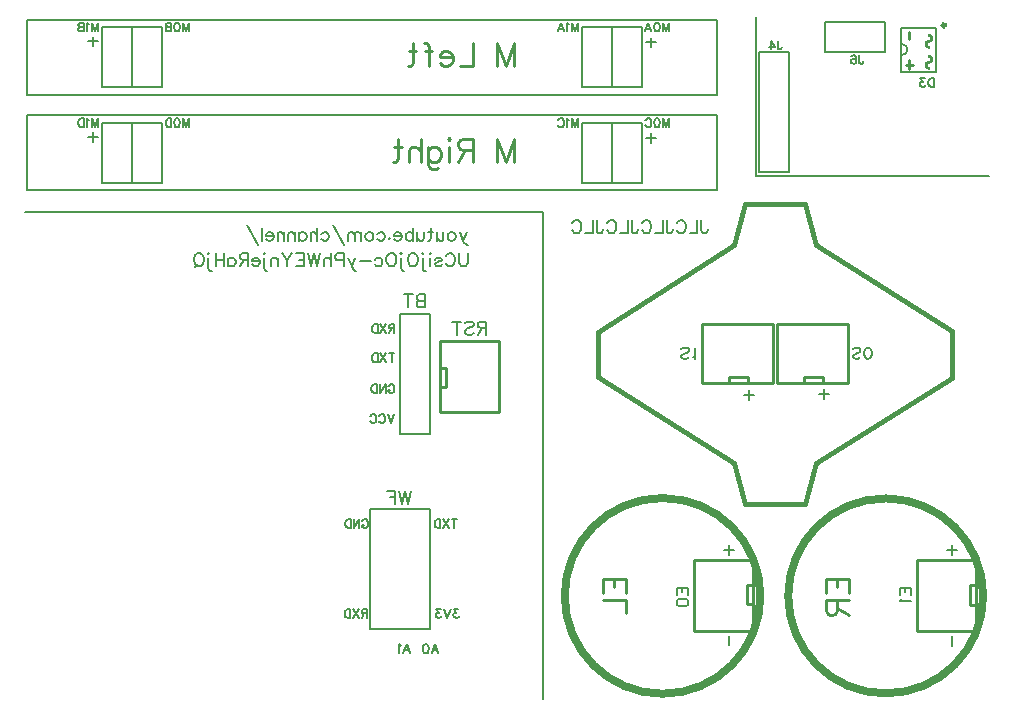
<source format=gbo>
G04 Layer: BottomSilkscreenLayer*
G04 EasyEDA v6.4.30, 2022-01-25 10:33:58*
G04 5618020f384b45728b455be9ef3c0d3f,7d3f4a13764643a7838717c5c1d40531,10*
G04 Gerber Generator version 0.2*
G04 Scale: 100 percent, Rotated: No, Reflected: No *
G04 Dimensions in inches *
G04 leading zeros omitted , absolute positions ,3 integer and 6 decimal *
%FSLAX36Y36*%
%MOIN*%

%ADD10C,0.0100*%
%ADD13C,0.0250*%
%ADD39C,0.0060*%
%ADD40C,0.0080*%
%ADD41C,0.0080*%
%ADD44C,0.0157*%
%ADD48C,0.0118*%

%LPD*%
D39*
X2646341Y1016761D02*
G01*
X2679067Y1016761D01*
X2662704Y1033125D02*
G01*
X2662704Y1000398D01*
X1472955Y1556091D02*
G01*
X1460681Y1527455D01*
X1448409Y1556091D02*
G01*
X1460681Y1527455D01*
X1464772Y1519272D01*
X1468864Y1515181D01*
X1472955Y1513135D01*
X1475000Y1513135D01*
X1424682Y1556091D02*
G01*
X1428773Y1554045D01*
X1432863Y1549955D01*
X1434908Y1543818D01*
X1434908Y1539726D01*
X1432863Y1533591D01*
X1428773Y1529499D01*
X1424682Y1527455D01*
X1418545Y1527455D01*
X1414454Y1529499D01*
X1410363Y1533591D01*
X1408317Y1539726D01*
X1408317Y1543818D01*
X1410363Y1549955D01*
X1414454Y1554045D01*
X1418545Y1556091D01*
X1424682Y1556091D01*
X1394817Y1556091D02*
G01*
X1394817Y1535635D01*
X1392772Y1529499D01*
X1388681Y1527455D01*
X1382545Y1527455D01*
X1378455Y1529499D01*
X1372317Y1535635D01*
X1372317Y1556091D02*
G01*
X1372317Y1527455D01*
X1352682Y1570408D02*
G01*
X1352682Y1535635D01*
X1350636Y1529499D01*
X1346544Y1527455D01*
X1342455Y1527455D01*
X1358818Y1556091D02*
G01*
X1344499Y1556091D01*
X1328954Y1556091D02*
G01*
X1328954Y1535635D01*
X1326908Y1529499D01*
X1322817Y1527455D01*
X1316682Y1527455D01*
X1312591Y1529499D01*
X1306454Y1535635D01*
X1306454Y1556091D02*
G01*
X1306454Y1527455D01*
X1292955Y1570408D02*
G01*
X1292955Y1527455D01*
X1292955Y1549955D02*
G01*
X1288864Y1554045D01*
X1284772Y1556091D01*
X1278635Y1556091D01*
X1274544Y1554045D01*
X1270455Y1549955D01*
X1268409Y1543818D01*
X1268409Y1539726D01*
X1270455Y1533591D01*
X1274544Y1529499D01*
X1278635Y1527455D01*
X1284772Y1527455D01*
X1288864Y1529499D01*
X1292955Y1533591D01*
X1254908Y1543818D02*
G01*
X1230363Y1543818D01*
X1230363Y1547908D01*
X1232408Y1551999D01*
X1234454Y1554045D01*
X1238545Y1556091D01*
X1244682Y1556091D01*
X1248773Y1554045D01*
X1252863Y1549955D01*
X1254908Y1543818D01*
X1254908Y1539726D01*
X1252863Y1533591D01*
X1248773Y1529499D01*
X1244682Y1527455D01*
X1238545Y1527455D01*
X1234454Y1529499D01*
X1230363Y1533591D01*
X1214817Y1537681D02*
G01*
X1216863Y1535635D01*
X1214817Y1533591D01*
X1212772Y1535635D01*
X1214817Y1537681D01*
X1174727Y1549955D02*
G01*
X1178818Y1554045D01*
X1182908Y1556091D01*
X1189044Y1556091D01*
X1193136Y1554045D01*
X1197227Y1549955D01*
X1199273Y1543818D01*
X1199273Y1539726D01*
X1197227Y1533591D01*
X1193136Y1529499D01*
X1189044Y1527455D01*
X1182908Y1527455D01*
X1178818Y1529499D01*
X1174727Y1533591D01*
X1151000Y1556091D02*
G01*
X1155091Y1554045D01*
X1159182Y1549955D01*
X1161226Y1543818D01*
X1161226Y1539726D01*
X1159182Y1533591D01*
X1155091Y1529499D01*
X1151000Y1527455D01*
X1144863Y1527455D01*
X1140772Y1529499D01*
X1136682Y1533591D01*
X1134636Y1539726D01*
X1134636Y1543818D01*
X1136682Y1549955D01*
X1140772Y1554045D01*
X1144863Y1556091D01*
X1151000Y1556091D01*
X1121135Y1556091D02*
G01*
X1121135Y1527455D01*
X1121135Y1547908D02*
G01*
X1115000Y1554045D01*
X1110909Y1556091D01*
X1104772Y1556091D01*
X1100681Y1554045D01*
X1098635Y1547908D01*
X1098635Y1527455D01*
X1098635Y1547908D02*
G01*
X1092500Y1554045D01*
X1088409Y1556091D01*
X1082272Y1556091D01*
X1078181Y1554045D01*
X1076135Y1547908D01*
X1076135Y1527455D01*
X1025817Y1578591D02*
G01*
X1062636Y1513135D01*
X987772Y1549955D02*
G01*
X991863Y1554045D01*
X995955Y1556091D01*
X1002091Y1556091D01*
X1006181Y1554045D01*
X1010272Y1549955D01*
X1012317Y1543818D01*
X1012317Y1539726D01*
X1010272Y1533591D01*
X1006181Y1529499D01*
X1002091Y1527455D01*
X995955Y1527455D01*
X991863Y1529499D01*
X987772Y1533591D01*
X974273Y1570408D02*
G01*
X974273Y1527455D01*
X974273Y1547908D02*
G01*
X968136Y1554045D01*
X964044Y1556091D01*
X957908Y1556091D01*
X953818Y1554045D01*
X951773Y1547908D01*
X951773Y1527455D01*
X913726Y1556091D02*
G01*
X913726Y1527455D01*
X913726Y1549955D02*
G01*
X917817Y1554045D01*
X921908Y1556091D01*
X928045Y1556091D01*
X932136Y1554045D01*
X936226Y1549955D01*
X938272Y1543818D01*
X938272Y1539726D01*
X936226Y1533591D01*
X932136Y1529499D01*
X928045Y1527455D01*
X921908Y1527455D01*
X917817Y1529499D01*
X913726Y1533591D01*
X900227Y1556091D02*
G01*
X900227Y1527455D01*
X900227Y1547908D02*
G01*
X894090Y1554045D01*
X890000Y1556091D01*
X883864Y1556091D01*
X879772Y1554045D01*
X877727Y1547908D01*
X877727Y1527455D01*
X864227Y1556091D02*
G01*
X864227Y1527455D01*
X864227Y1547908D02*
G01*
X858091Y1554045D01*
X853999Y1556091D01*
X847863Y1556091D01*
X843773Y1554045D01*
X841727Y1547908D01*
X841727Y1527455D01*
X828226Y1543818D02*
G01*
X803681Y1543818D01*
X803681Y1547908D01*
X805726Y1551999D01*
X807772Y1554045D01*
X811863Y1556091D01*
X818000Y1556091D01*
X822091Y1554045D01*
X826181Y1549955D01*
X828226Y1543818D01*
X828226Y1539726D01*
X826181Y1533591D01*
X822091Y1529499D01*
X818000Y1527455D01*
X811863Y1527455D01*
X807772Y1529499D01*
X803681Y1533591D01*
X790182Y1570408D02*
G01*
X790182Y1527455D01*
X739863Y1578591D02*
G01*
X776682Y1513135D01*
X1475000Y1485408D02*
G01*
X1475000Y1454726D01*
X1472955Y1448591D01*
X1468864Y1444499D01*
X1462727Y1442455D01*
X1458635Y1442455D01*
X1452500Y1444499D01*
X1448409Y1448591D01*
X1446364Y1454726D01*
X1446364Y1485408D01*
X1402182Y1475181D02*
G01*
X1404227Y1479272D01*
X1408317Y1483364D01*
X1412408Y1485408D01*
X1420591Y1485408D01*
X1424682Y1483364D01*
X1428773Y1479272D01*
X1430817Y1475181D01*
X1432863Y1469045D01*
X1432863Y1458818D01*
X1430817Y1452681D01*
X1428773Y1448591D01*
X1424682Y1444499D01*
X1420591Y1442455D01*
X1412408Y1442455D01*
X1408317Y1444499D01*
X1404227Y1448591D01*
X1402182Y1452681D01*
X1366181Y1464955D02*
G01*
X1368226Y1469045D01*
X1374363Y1471091D01*
X1380500Y1471091D01*
X1386635Y1469045D01*
X1388681Y1464955D01*
X1386635Y1460864D01*
X1382545Y1458818D01*
X1372317Y1456772D01*
X1368226Y1454726D01*
X1366181Y1450635D01*
X1366181Y1448591D01*
X1368226Y1444499D01*
X1374363Y1442455D01*
X1380500Y1442455D01*
X1386635Y1444499D01*
X1388681Y1448591D01*
X1352682Y1485408D02*
G01*
X1350636Y1483364D01*
X1348590Y1485408D01*
X1350636Y1487455D01*
X1352682Y1485408D01*
X1350636Y1471091D02*
G01*
X1350636Y1442455D01*
X1326908Y1485408D02*
G01*
X1324863Y1483364D01*
X1322817Y1485408D01*
X1324863Y1487455D01*
X1326908Y1485408D01*
X1324863Y1471091D02*
G01*
X1324863Y1436318D01*
X1326908Y1430181D01*
X1331000Y1428135D01*
X1335091Y1428135D01*
X1297044Y1485408D02*
G01*
X1301135Y1483364D01*
X1305227Y1479272D01*
X1307272Y1475181D01*
X1309318Y1469045D01*
X1309318Y1458818D01*
X1307272Y1452681D01*
X1305227Y1448591D01*
X1301135Y1444499D01*
X1297044Y1442455D01*
X1288864Y1442455D01*
X1284772Y1444499D01*
X1280681Y1448591D01*
X1278635Y1452681D01*
X1276590Y1458818D01*
X1276590Y1469045D01*
X1278635Y1475181D01*
X1280681Y1479272D01*
X1284772Y1483364D01*
X1288864Y1485408D01*
X1297044Y1485408D01*
X1254908Y1485408D02*
G01*
X1252863Y1483364D01*
X1250817Y1485408D01*
X1252863Y1487455D01*
X1254908Y1485408D01*
X1252863Y1471091D02*
G01*
X1252863Y1436318D01*
X1254908Y1430181D01*
X1258999Y1428135D01*
X1263091Y1428135D01*
X1225045Y1485408D02*
G01*
X1229135Y1483364D01*
X1233226Y1479272D01*
X1235272Y1475181D01*
X1237317Y1469045D01*
X1237317Y1458818D01*
X1235272Y1452681D01*
X1233226Y1448591D01*
X1229135Y1444499D01*
X1225045Y1442455D01*
X1216863Y1442455D01*
X1212772Y1444499D01*
X1208681Y1448591D01*
X1206635Y1452681D01*
X1204591Y1458818D01*
X1204591Y1469045D01*
X1206635Y1475181D01*
X1208681Y1479272D01*
X1212772Y1483364D01*
X1216863Y1485408D01*
X1225045Y1485408D01*
X1166544Y1464955D02*
G01*
X1170636Y1469045D01*
X1174727Y1471091D01*
X1180864Y1471091D01*
X1184955Y1469045D01*
X1189044Y1464955D01*
X1191090Y1458818D01*
X1191090Y1454726D01*
X1189044Y1448591D01*
X1184955Y1444499D01*
X1180864Y1442455D01*
X1174727Y1442455D01*
X1170636Y1444499D01*
X1166544Y1448591D01*
X1153045Y1460864D02*
G01*
X1116226Y1460864D01*
X1100681Y1471091D02*
G01*
X1088409Y1442455D01*
X1076135Y1471091D02*
G01*
X1088409Y1442455D01*
X1092500Y1434272D01*
X1096590Y1430181D01*
X1100681Y1428135D01*
X1102727Y1428135D01*
X1062636Y1485408D02*
G01*
X1062636Y1442455D01*
X1062636Y1485408D02*
G01*
X1044227Y1485408D01*
X1038091Y1483364D01*
X1036045Y1481318D01*
X1033999Y1477226D01*
X1033999Y1471091D01*
X1036045Y1466999D01*
X1038091Y1464955D01*
X1044227Y1462908D01*
X1062636Y1462908D01*
X1020500Y1485408D02*
G01*
X1020500Y1442455D01*
X1020500Y1462908D02*
G01*
X1014363Y1469045D01*
X1010272Y1471091D01*
X1004135Y1471091D01*
X1000045Y1469045D01*
X998000Y1462908D01*
X998000Y1442455D01*
X984499Y1485408D02*
G01*
X974273Y1442455D01*
X964044Y1485408D02*
G01*
X974273Y1442455D01*
X964044Y1485408D02*
G01*
X953818Y1442455D01*
X943590Y1485408D02*
G01*
X953818Y1442455D01*
X930091Y1485408D02*
G01*
X930091Y1442455D01*
X930091Y1485408D02*
G01*
X903500Y1485408D01*
X930091Y1464955D02*
G01*
X913726Y1464955D01*
X930091Y1442455D02*
G01*
X903500Y1442455D01*
X890000Y1485408D02*
G01*
X873635Y1464955D01*
X873635Y1442455D01*
X857272Y1485408D02*
G01*
X873635Y1464955D01*
X843773Y1471091D02*
G01*
X843773Y1442455D01*
X843773Y1462908D02*
G01*
X837636Y1469045D01*
X833545Y1471091D01*
X827408Y1471091D01*
X823317Y1469045D01*
X821273Y1462908D01*
X821273Y1442455D01*
X799591Y1485408D02*
G01*
X797545Y1483364D01*
X795500Y1485408D01*
X797545Y1487455D01*
X799591Y1485408D01*
X797545Y1471091D02*
G01*
X797545Y1436318D01*
X799591Y1430181D01*
X803681Y1428135D01*
X807772Y1428135D01*
X781999Y1458818D02*
G01*
X757454Y1458818D01*
X757454Y1462908D01*
X759499Y1466999D01*
X761544Y1469045D01*
X765636Y1471091D01*
X771773Y1471091D01*
X775864Y1469045D01*
X779954Y1464955D01*
X781999Y1458818D01*
X781999Y1454726D01*
X779954Y1448591D01*
X775864Y1444499D01*
X771773Y1442455D01*
X765636Y1442455D01*
X761544Y1444499D01*
X757454Y1448591D01*
X743955Y1485408D02*
G01*
X743955Y1442455D01*
X743955Y1485408D02*
G01*
X725545Y1485408D01*
X719409Y1483364D01*
X717363Y1481318D01*
X715318Y1477226D01*
X715318Y1473135D01*
X717363Y1469045D01*
X719409Y1466999D01*
X725545Y1464955D01*
X743955Y1464955D01*
X729636Y1464955D02*
G01*
X715318Y1442455D01*
X677273Y1471091D02*
G01*
X677273Y1442455D01*
X677273Y1464955D02*
G01*
X681363Y1469045D01*
X685455Y1471091D01*
X691590Y1471091D01*
X695682Y1469045D01*
X699773Y1464955D01*
X701817Y1458818D01*
X701817Y1454726D01*
X699773Y1448591D01*
X695682Y1444499D01*
X691590Y1442455D01*
X685455Y1442455D01*
X681363Y1444499D01*
X677273Y1448591D01*
X663773Y1485408D02*
G01*
X663773Y1442455D01*
X635136Y1485408D02*
G01*
X635136Y1442455D01*
X663773Y1464955D02*
G01*
X635136Y1464955D01*
X613454Y1485408D02*
G01*
X611408Y1483364D01*
X609364Y1485408D01*
X611408Y1487455D01*
X613454Y1485408D01*
X611408Y1471091D02*
G01*
X611408Y1436318D01*
X613454Y1430181D01*
X617545Y1428135D01*
X621635Y1428135D01*
X583591Y1485408D02*
G01*
X587681Y1483364D01*
X591772Y1479272D01*
X593818Y1475181D01*
X595864Y1469045D01*
X595864Y1458818D01*
X593818Y1452681D01*
X591772Y1448591D01*
X587681Y1444499D01*
X583591Y1442455D01*
X575408Y1442455D01*
X571318Y1444499D01*
X567226Y1448591D01*
X565181Y1452681D01*
X563135Y1458818D01*
X563135Y1469045D01*
X565181Y1475181D01*
X567226Y1479272D01*
X571318Y1483364D01*
X575408Y1485408D01*
X583591Y1485408D01*
X577454Y1450635D02*
G01*
X565181Y1438364D01*
X2254544Y1595408D02*
G01*
X2254544Y1562681D01*
X2256590Y1556545D01*
X2258635Y1554499D01*
X2262727Y1552455D01*
X2266818Y1552455D01*
X2270909Y1554499D01*
X2272955Y1556545D01*
X2275000Y1562681D01*
X2275000Y1566772D01*
X2241045Y1595408D02*
G01*
X2241045Y1552455D01*
X2241045Y1552455D02*
G01*
X2216499Y1552455D01*
X2172317Y1585181D02*
G01*
X2174363Y1589272D01*
X2178455Y1593364D01*
X2182545Y1595408D01*
X2190726Y1595408D01*
X2194817Y1593364D01*
X2198909Y1589272D01*
X2200955Y1585181D01*
X2203000Y1579045D01*
X2203000Y1568818D01*
X2200955Y1562681D01*
X2198909Y1558591D01*
X2194817Y1554499D01*
X2190726Y1552455D01*
X2182545Y1552455D01*
X2178455Y1554499D01*
X2174363Y1558591D01*
X2172317Y1562681D01*
X2138364Y1595408D02*
G01*
X2138364Y1562681D01*
X2140408Y1556545D01*
X2142455Y1554499D01*
X2146544Y1552455D01*
X2150636Y1552455D01*
X2154727Y1554499D01*
X2156773Y1556545D01*
X2158818Y1562681D01*
X2158818Y1566772D01*
X2124863Y1595408D02*
G01*
X2124863Y1552455D01*
X2124863Y1552455D02*
G01*
X2100317Y1552455D01*
X2056135Y1585181D02*
G01*
X2058181Y1589272D01*
X2062272Y1593364D01*
X2066364Y1595408D01*
X2074544Y1595408D01*
X2078635Y1593364D01*
X2082727Y1589272D01*
X2084772Y1585181D01*
X2086818Y1579045D01*
X2086818Y1568818D01*
X2084772Y1562681D01*
X2082727Y1558591D01*
X2078635Y1554499D01*
X2074544Y1552455D01*
X2066364Y1552455D01*
X2062272Y1554499D01*
X2058181Y1558591D01*
X2056135Y1562681D01*
X2022182Y1595408D02*
G01*
X2022182Y1562681D01*
X2024227Y1556545D01*
X2026273Y1554499D01*
X2030363Y1552455D01*
X2034454Y1552455D01*
X2038545Y1554499D01*
X2040591Y1556545D01*
X2042636Y1562681D01*
X2042636Y1566772D01*
X2008681Y1595408D02*
G01*
X2008681Y1552455D01*
X2008681Y1552455D02*
G01*
X1984135Y1552455D01*
X1939955Y1585181D02*
G01*
X1941999Y1589272D01*
X1946090Y1593364D01*
X1950182Y1595408D01*
X1958364Y1595408D01*
X1962455Y1593364D01*
X1966544Y1589272D01*
X1968590Y1585181D01*
X1970636Y1579045D01*
X1970636Y1568818D01*
X1968590Y1562681D01*
X1966544Y1558591D01*
X1962455Y1554499D01*
X1958364Y1552455D01*
X1950182Y1552455D01*
X1946090Y1554499D01*
X1941999Y1558591D01*
X1939955Y1562681D01*
X1906000Y1595408D02*
G01*
X1906000Y1562681D01*
X1908045Y1556545D01*
X1910091Y1554499D01*
X1914182Y1552455D01*
X1918272Y1552455D01*
X1922363Y1554499D01*
X1924408Y1556545D01*
X1926454Y1562681D01*
X1926454Y1566772D01*
X1892500Y1595408D02*
G01*
X1892500Y1552455D01*
X1892500Y1552455D02*
G01*
X1867955Y1552455D01*
X1823773Y1585181D02*
G01*
X1825817Y1589272D01*
X1829908Y1593364D01*
X1833999Y1595408D01*
X1842182Y1595408D01*
X1846273Y1593364D01*
X1850363Y1589272D01*
X1852408Y1585181D01*
X1854454Y1579045D01*
X1854454Y1568818D01*
X1852408Y1562681D01*
X1850363Y1558591D01*
X1846273Y1554499D01*
X1842182Y1552455D01*
X1833999Y1552455D01*
X1829908Y1554499D01*
X1825817Y1558591D01*
X1823773Y1562681D01*
X2784830Y1138841D02*
G01*
X2781193Y1135205D01*
X2775739Y1133386D01*
X2768465Y1133386D01*
X2763010Y1135205D01*
X2759375Y1138841D01*
X2759375Y1142476D01*
X2761193Y1146113D01*
X2763010Y1147932D01*
X2766647Y1149749D01*
X2777556Y1153386D01*
X2781193Y1155205D01*
X2783010Y1157022D01*
X2784830Y1160659D01*
X2784830Y1166113D01*
X2781193Y1169749D01*
X2775739Y1171568D01*
X2768465Y1171568D01*
X2763010Y1169749D01*
X2759375Y1166113D01*
X2807739Y1133386D02*
G01*
X2802283Y1135205D01*
X2798648Y1140659D01*
X2796830Y1149749D01*
X2796830Y1155205D01*
X2798648Y1164295D01*
X2802283Y1169749D01*
X2807739Y1171568D01*
X2811374Y1171568D01*
X2816830Y1169749D01*
X2820465Y1164295D01*
X2822283Y1155205D01*
X2822283Y1149749D01*
X2820465Y1140659D01*
X2816830Y1135205D01*
X2811374Y1133386D01*
X2807739Y1133386D01*
X2172100Y370625D02*
G01*
X2210299Y370625D01*
X2172100Y370625D02*
G01*
X2172100Y347024D01*
X2190299Y370625D02*
G01*
X2190299Y356125D01*
X2210299Y370625D02*
G01*
X2210299Y347024D01*
X2172100Y324124D02*
G01*
X2173999Y329524D01*
X2179399Y333125D01*
X2188500Y335025D01*
X2193999Y335025D01*
X2203000Y333125D01*
X2208500Y329524D01*
X2210299Y324124D01*
X2210299Y320425D01*
X2208500Y315025D01*
X2203000Y311325D01*
X2193999Y309524D01*
X2188500Y309524D01*
X2179399Y311325D01*
X2173999Y315025D01*
X2172100Y320425D01*
X2172100Y324124D01*
X2915850Y370000D02*
G01*
X2954049Y370000D01*
X2915850Y370000D02*
G01*
X2915850Y346399D01*
X2934049Y370000D02*
G01*
X2934049Y355500D01*
X2954049Y370000D02*
G01*
X2954049Y346399D01*
X2923149Y334400D02*
G01*
X2921350Y330700D01*
X2915850Y325300D01*
X2954049Y325300D01*
X1366620Y182829D02*
G01*
X1378119Y152730D01*
X1366620Y182829D02*
G01*
X1355219Y152730D01*
X1373819Y162730D02*
G01*
X1359520Y162730D01*
X1337219Y182829D02*
G01*
X1341520Y181329D01*
X1344319Y177130D01*
X1345720Y169929D01*
X1345720Y165630D01*
X1344319Y158429D01*
X1341520Y154130D01*
X1337219Y152730D01*
X1334319Y152730D01*
X1330020Y154130D01*
X1327120Y158429D01*
X1325720Y165630D01*
X1325720Y169929D01*
X1327120Y177130D01*
X1330020Y181329D01*
X1334319Y182829D01*
X1337219Y182829D01*
X1272870Y182829D02*
G01*
X1284369Y152730D01*
X1272870Y182829D02*
G01*
X1261469Y152730D01*
X1280069Y162730D02*
G01*
X1265770Y162730D01*
X1251970Y177130D02*
G01*
X1249170Y178530D01*
X1244870Y182829D01*
X1244870Y152730D01*
X2330716Y498011D02*
G01*
X2363442Y498011D01*
X2347079Y514375D02*
G01*
X2347079Y481648D01*
X3074466Y497386D02*
G01*
X3107192Y497386D01*
X3090829Y513750D02*
G01*
X3090829Y481023D01*
D10*
X1631244Y2185731D02*
G01*
X1631244Y2109369D01*
X1631244Y2185731D02*
G01*
X1602154Y2109369D01*
X1573063Y2185731D02*
G01*
X1602154Y2109369D01*
X1573063Y2185731D02*
G01*
X1573063Y2109369D01*
X1493063Y2185731D02*
G01*
X1493063Y2109369D01*
X1493063Y2109369D02*
G01*
X1449426Y2109369D01*
X1425426Y2138460D02*
G01*
X1381790Y2138460D01*
X1381790Y2145731D01*
X1385426Y2153004D01*
X1389062Y2156640D01*
X1396336Y2160277D01*
X1407245Y2160277D01*
X1414517Y2156640D01*
X1421790Y2149369D01*
X1425426Y2138460D01*
X1425426Y2131187D01*
X1421790Y2120277D01*
X1414517Y2113004D01*
X1407245Y2109369D01*
X1396336Y2109369D01*
X1389062Y2113004D01*
X1381790Y2120277D01*
X1328699Y2185731D02*
G01*
X1335972Y2185731D01*
X1343244Y2182096D01*
X1346881Y2171187D01*
X1346881Y2109369D01*
X1357790Y2160277D02*
G01*
X1332335Y2160277D01*
X1293789Y2185731D02*
G01*
X1293789Y2123913D01*
X1290154Y2113004D01*
X1282880Y2109369D01*
X1275609Y2109369D01*
X1304700Y2160277D02*
G01*
X1279245Y2160277D01*
X1631244Y1866981D02*
G01*
X1631244Y1790619D01*
X1631244Y1866981D02*
G01*
X1602154Y1790619D01*
X1573063Y1866981D02*
G01*
X1602154Y1790619D01*
X1573063Y1866981D02*
G01*
X1573063Y1790619D01*
X1493063Y1866981D02*
G01*
X1493063Y1790619D01*
X1493063Y1866981D02*
G01*
X1460335Y1866981D01*
X1449426Y1863346D01*
X1445789Y1859710D01*
X1442154Y1852437D01*
X1442154Y1845163D01*
X1445789Y1837890D01*
X1449426Y1834254D01*
X1460335Y1830619D01*
X1493063Y1830619D01*
X1467609Y1830619D02*
G01*
X1442154Y1790619D01*
X1418154Y1866981D02*
G01*
X1414517Y1863346D01*
X1410880Y1866981D01*
X1414517Y1870619D01*
X1418154Y1866981D01*
X1414517Y1841527D02*
G01*
X1414517Y1790619D01*
X1343244Y1841527D02*
G01*
X1343244Y1783346D01*
X1346881Y1772437D01*
X1350518Y1768800D01*
X1357790Y1765163D01*
X1368699Y1765163D01*
X1375972Y1768800D01*
X1343244Y1830619D02*
G01*
X1350518Y1837890D01*
X1357790Y1841527D01*
X1368699Y1841527D01*
X1375972Y1837890D01*
X1383244Y1830619D01*
X1386881Y1819710D01*
X1386881Y1812437D01*
X1383244Y1801527D01*
X1375972Y1794254D01*
X1368699Y1790619D01*
X1357790Y1790619D01*
X1350518Y1794254D01*
X1343244Y1801527D01*
X1319245Y1866981D02*
G01*
X1319245Y1790619D01*
X1319245Y1826981D02*
G01*
X1308335Y1837890D01*
X1301063Y1841527D01*
X1290154Y1841527D01*
X1282880Y1837890D01*
X1279245Y1826981D01*
X1279245Y1790619D01*
X1244336Y1866981D02*
G01*
X1244336Y1805163D01*
X1240699Y1794254D01*
X1233427Y1790619D01*
X1226153Y1790619D01*
X1255245Y1841527D02*
G01*
X1229790Y1841527D01*
D39*
X3090829Y210625D02*
G01*
X3090829Y177898D01*
X2347079Y211250D02*
G01*
X2347079Y178523D01*
X1231244Y1249027D02*
G01*
X1231244Y1220390D01*
X1231244Y1249027D02*
G01*
X1218972Y1249027D01*
X1214880Y1247663D01*
X1213518Y1246300D01*
X1212154Y1243573D01*
X1212154Y1240846D01*
X1213518Y1238119D01*
X1214880Y1236754D01*
X1218972Y1235390D01*
X1231244Y1235390D01*
X1221700Y1235390D02*
G01*
X1212154Y1220390D01*
X1203154Y1249027D02*
G01*
X1184062Y1220390D01*
X1184062Y1249027D02*
G01*
X1203154Y1220390D01*
X1175063Y1249027D02*
G01*
X1175063Y1220390D01*
X1175063Y1249027D02*
G01*
X1165518Y1249027D01*
X1161427Y1247663D01*
X1158699Y1244937D01*
X1157335Y1242210D01*
X1155972Y1238119D01*
X1155972Y1231300D01*
X1157335Y1227210D01*
X1158699Y1224481D01*
X1161427Y1221754D01*
X1165518Y1220390D01*
X1175063Y1220390D01*
X1221700Y1152152D02*
G01*
X1221700Y1123515D01*
X1231244Y1152152D02*
G01*
X1212154Y1152152D01*
X1203154Y1152152D02*
G01*
X1184062Y1123515D01*
X1184062Y1152152D02*
G01*
X1203154Y1123515D01*
X1175063Y1152152D02*
G01*
X1175063Y1123515D01*
X1175063Y1152152D02*
G01*
X1165518Y1152152D01*
X1161427Y1150788D01*
X1158699Y1148062D01*
X1157335Y1145335D01*
X1155972Y1141244D01*
X1155972Y1134425D01*
X1157335Y1130335D01*
X1158699Y1127606D01*
X1161427Y1124879D01*
X1165518Y1123515D01*
X1175063Y1123515D01*
X1210789Y1042210D02*
G01*
X1212154Y1044936D01*
X1214880Y1047663D01*
X1217609Y1049027D01*
X1223063Y1049027D01*
X1225789Y1047663D01*
X1228518Y1044936D01*
X1229880Y1042210D01*
X1231244Y1038119D01*
X1231244Y1031300D01*
X1229880Y1027210D01*
X1228518Y1024481D01*
X1225789Y1021754D01*
X1223063Y1020390D01*
X1217609Y1020390D01*
X1214880Y1021754D01*
X1212154Y1024481D01*
X1210789Y1027210D01*
X1210789Y1031300D01*
X1217609Y1031300D02*
G01*
X1210789Y1031300D01*
X1201790Y1049027D02*
G01*
X1201790Y1020390D01*
X1201790Y1049027D02*
G01*
X1182700Y1020390D01*
X1182700Y1049027D02*
G01*
X1182700Y1020390D01*
X1173699Y1049027D02*
G01*
X1173699Y1020390D01*
X1173699Y1049027D02*
G01*
X1164153Y1049027D01*
X1160063Y1047663D01*
X1157335Y1044936D01*
X1155972Y1042210D01*
X1154609Y1038119D01*
X1154609Y1031300D01*
X1155972Y1027210D01*
X1157335Y1024481D01*
X1160063Y1021754D01*
X1164153Y1020390D01*
X1173699Y1020390D01*
X1231244Y949027D02*
G01*
X1220335Y920390D01*
X1209426Y949027D02*
G01*
X1220335Y920390D01*
X1179971Y942210D02*
G01*
X1181336Y944936D01*
X1184062Y947663D01*
X1186790Y949027D01*
X1192245Y949027D01*
X1194971Y947663D01*
X1197700Y944936D01*
X1199062Y942210D01*
X1200426Y938119D01*
X1200426Y931300D01*
X1199062Y927210D01*
X1197700Y924481D01*
X1194971Y921754D01*
X1192245Y920390D01*
X1186790Y920390D01*
X1184062Y921754D01*
X1181336Y924481D01*
X1179971Y927210D01*
X1150518Y942210D02*
G01*
X1151881Y944936D01*
X1154609Y947663D01*
X1157335Y949027D01*
X1162790Y949027D01*
X1165518Y947663D01*
X1168244Y944936D01*
X1169609Y942210D01*
X1170972Y938119D01*
X1170972Y931300D01*
X1169609Y927210D01*
X1168244Y924481D01*
X1165518Y921754D01*
X1162790Y920390D01*
X1157335Y920390D01*
X1154609Y921754D01*
X1151881Y924481D01*
X1150518Y927210D01*
X2071336Y2188640D02*
G01*
X2104062Y2188640D01*
X2087700Y2205005D02*
G01*
X2087700Y2172278D01*
X2071336Y1869890D02*
G01*
X2104062Y1869890D01*
X2087700Y1886255D02*
G01*
X2087700Y1853528D01*
X208836Y1873015D02*
G01*
X241563Y1873015D01*
X225199Y1889380D02*
G01*
X225199Y1856653D01*
X208836Y2191765D02*
G01*
X241563Y2191765D01*
X225199Y2208130D02*
G01*
X225199Y2175403D01*
X1140619Y299027D02*
G01*
X1140619Y270390D01*
X1140619Y299027D02*
G01*
X1128347Y299027D01*
X1124255Y297663D01*
X1122893Y296300D01*
X1121529Y293573D01*
X1121529Y290846D01*
X1122893Y288119D01*
X1124255Y286754D01*
X1128347Y285390D01*
X1140619Y285390D01*
X1131075Y285390D02*
G01*
X1121529Y270390D01*
X1112529Y299027D02*
G01*
X1093437Y270390D01*
X1093437Y299027D02*
G01*
X1112529Y270390D01*
X1084438Y299027D02*
G01*
X1084438Y270390D01*
X1084438Y299027D02*
G01*
X1074893Y299027D01*
X1070802Y297663D01*
X1068074Y294936D01*
X1066710Y292210D01*
X1065347Y288119D01*
X1065347Y281300D01*
X1066710Y277210D01*
X1068074Y274481D01*
X1070802Y271754D01*
X1074893Y270390D01*
X1084438Y270390D01*
X1431075Y599023D02*
G01*
X1431075Y570385D01*
X1440619Y599023D02*
G01*
X1421529Y599023D01*
X1412529Y599023D02*
G01*
X1393437Y570385D01*
X1393437Y599023D02*
G01*
X1412529Y570385D01*
X1384438Y599023D02*
G01*
X1384438Y570385D01*
X1384438Y599023D02*
G01*
X1374893Y599023D01*
X1370802Y597658D01*
X1368074Y594931D01*
X1366710Y592204D01*
X1365347Y588114D01*
X1365347Y581295D01*
X1366710Y577204D01*
X1368074Y574477D01*
X1370802Y571750D01*
X1374893Y570385D01*
X1384438Y570385D01*
X1123289Y592210D02*
G01*
X1124654Y594936D01*
X1127380Y597663D01*
X1130109Y599027D01*
X1135563Y599027D01*
X1138289Y597663D01*
X1141018Y594936D01*
X1142380Y592210D01*
X1143744Y588119D01*
X1143744Y581300D01*
X1142380Y577210D01*
X1141018Y574481D01*
X1138289Y571754D01*
X1135563Y570390D01*
X1130109Y570390D01*
X1127380Y571754D01*
X1124654Y574481D01*
X1123289Y577210D01*
X1123289Y581300D01*
X1130109Y581300D02*
G01*
X1123289Y581300D01*
X1114290Y599027D02*
G01*
X1114290Y570390D01*
X1114290Y599027D02*
G01*
X1095200Y570390D01*
X1095200Y599027D02*
G01*
X1095200Y570390D01*
X1086199Y599027D02*
G01*
X1086199Y570390D01*
X1086199Y599027D02*
G01*
X1076653Y599027D01*
X1072563Y597663D01*
X1069835Y594936D01*
X1068472Y592210D01*
X1067109Y588119D01*
X1067109Y581300D01*
X1068472Y577210D01*
X1069835Y574481D01*
X1072563Y571754D01*
X1076653Y570390D01*
X1086199Y570390D01*
X1444147Y299023D02*
G01*
X1429147Y299023D01*
X1437330Y288114D01*
X1433239Y288114D01*
X1430510Y286750D01*
X1429147Y285385D01*
X1427784Y281295D01*
X1427784Y278568D01*
X1429147Y274477D01*
X1431875Y271750D01*
X1435965Y270385D01*
X1440056Y270385D01*
X1444147Y271750D01*
X1445510Y273114D01*
X1446875Y275841D01*
X1418783Y299023D02*
G01*
X1407875Y270385D01*
X1396966Y299023D02*
G01*
X1407875Y270385D01*
X1385239Y299023D02*
G01*
X1370239Y299023D01*
X1378419Y288114D01*
X1374330Y288114D01*
X1371602Y286750D01*
X1370239Y285385D01*
X1368874Y281295D01*
X1368874Y278568D01*
X1370239Y274477D01*
X1372965Y271750D01*
X1377057Y270385D01*
X1381148Y270385D01*
X1385239Y271750D01*
X1386602Y273114D01*
X1387965Y275841D01*
X2396341Y1013636D02*
G01*
X2429067Y1013636D01*
X2412704Y1030000D02*
G01*
X2412704Y997273D01*
X2212955Y1138841D02*
G01*
X2209318Y1135205D01*
X2203864Y1133386D01*
X2196590Y1133386D01*
X2191135Y1135205D01*
X2187500Y1138841D01*
X2187500Y1142476D01*
X2189318Y1146113D01*
X2191135Y1147932D01*
X2194772Y1149749D01*
X2205681Y1153386D01*
X2209318Y1155205D01*
X2211135Y1157022D01*
X2212955Y1160659D01*
X2212955Y1166113D01*
X2209318Y1169749D01*
X2203864Y1171568D01*
X2196590Y1171568D01*
X2191135Y1169749D01*
X2187500Y1166113D01*
X2224955Y1140659D02*
G01*
X2228590Y1138841D01*
X2234044Y1133386D01*
X2234044Y1171568D01*
X1287500Y692274D02*
G01*
X1277299Y649375D01*
X1266999Y692274D02*
G01*
X1277299Y649375D01*
X1266999Y692274D02*
G01*
X1256800Y649375D01*
X1246599Y692274D02*
G01*
X1256800Y649375D01*
X1233100Y692274D02*
G01*
X1233100Y649375D01*
X1233100Y692274D02*
G01*
X1206499Y692274D01*
X1233100Y671875D02*
G01*
X1216700Y671875D01*
X3030180Y2069167D02*
G01*
X3030180Y2040531D01*
X3030180Y2069167D02*
G01*
X3020635Y2069167D01*
X3016544Y2067804D01*
X3013815Y2065077D01*
X3012452Y2062350D01*
X3011089Y2058258D01*
X3011089Y2051439D01*
X3012452Y2047350D01*
X3013815Y2044621D01*
X3016544Y2041894D01*
X3020635Y2040531D01*
X3030180Y2040531D01*
X2999362Y2069167D02*
G01*
X2984362Y2069167D01*
X2992543Y2058258D01*
X2988452Y2058258D01*
X2985725Y2056894D01*
X2984362Y2055531D01*
X2982997Y2051439D01*
X2982997Y2048712D01*
X2984362Y2044621D01*
X2987088Y2041894D01*
X2991180Y2040531D01*
X2995271Y2040531D01*
X2999362Y2041894D01*
X3000725Y2043258D01*
X3002088Y2045985D01*
X1537494Y1257905D02*
G01*
X1537494Y1215005D01*
X1537494Y1257905D02*
G01*
X1519094Y1257905D01*
X1512995Y1255904D01*
X1510895Y1253805D01*
X1508895Y1249704D01*
X1508895Y1245605D01*
X1510895Y1241505D01*
X1512995Y1239504D01*
X1519094Y1237505D01*
X1537494Y1237505D01*
X1523194Y1237505D02*
G01*
X1508895Y1215005D01*
X1466694Y1251804D02*
G01*
X1470794Y1255904D01*
X1476994Y1257905D01*
X1485095Y1257905D01*
X1491295Y1255904D01*
X1495394Y1251804D01*
X1495394Y1247705D01*
X1493294Y1243604D01*
X1491295Y1241505D01*
X1487195Y1239504D01*
X1474894Y1235405D01*
X1470794Y1233404D01*
X1468795Y1231305D01*
X1466694Y1227204D01*
X1466694Y1221104D01*
X1470794Y1217004D01*
X1476994Y1215005D01*
X1485095Y1215005D01*
X1491295Y1217004D01*
X1495394Y1221104D01*
X1438895Y1257905D02*
G01*
X1438895Y1215005D01*
X1453194Y1257905D02*
G01*
X1424594Y1257905D01*
X1334375Y1348530D02*
G01*
X1334375Y1305630D01*
X1334375Y1348530D02*
G01*
X1315974Y1348530D01*
X1309875Y1346529D01*
X1307775Y1344430D01*
X1305775Y1340329D01*
X1305775Y1336230D01*
X1307775Y1332130D01*
X1309875Y1330129D01*
X1315974Y1328130D01*
X1334375Y1328130D02*
G01*
X1315974Y1328130D01*
X1309875Y1326030D01*
X1307775Y1324029D01*
X1305775Y1319929D01*
X1305775Y1313730D01*
X1307775Y1309630D01*
X1309875Y1307629D01*
X1315974Y1305630D01*
X1334375Y1305630D01*
X1277875Y1348530D02*
G01*
X1277875Y1305630D01*
X1292274Y1348530D02*
G01*
X1263575Y1348530D01*
X2146869Y1935277D02*
G01*
X2146869Y1906640D01*
X2146869Y1935277D02*
G01*
X2135960Y1906640D01*
X2125051Y1935277D02*
G01*
X2135960Y1906640D01*
X2125051Y1935277D02*
G01*
X2125051Y1906640D01*
X2107870Y1935277D02*
G01*
X2111961Y1933913D01*
X2114687Y1929823D01*
X2116051Y1923004D01*
X2116051Y1918913D01*
X2114687Y1912096D01*
X2111961Y1908004D01*
X2107870Y1906640D01*
X2105142Y1906640D01*
X2101051Y1908004D01*
X2098325Y1912096D01*
X2096961Y1918913D01*
X2096961Y1923004D01*
X2098325Y1929823D01*
X2101051Y1933913D01*
X2105142Y1935277D01*
X2107870Y1935277D01*
X2067506Y1928460D02*
G01*
X2068869Y1931187D01*
X2071597Y1933913D01*
X2074324Y1935277D01*
X2079778Y1935277D01*
X2082506Y1933913D01*
X2085234Y1931187D01*
X2086597Y1928460D01*
X2087960Y1924369D01*
X2087960Y1917550D01*
X2086597Y1913460D01*
X2085234Y1910731D01*
X2082506Y1908004D01*
X2079778Y1906640D01*
X2074324Y1906640D01*
X2071597Y1908004D01*
X2068869Y1910731D01*
X2067506Y1913460D01*
X546869Y1935277D02*
G01*
X546869Y1906640D01*
X546869Y1935277D02*
G01*
X535961Y1906640D01*
X525052Y1935277D02*
G01*
X535961Y1906640D01*
X525052Y1935277D02*
G01*
X525052Y1906640D01*
X507869Y1935277D02*
G01*
X511961Y1933913D01*
X514688Y1929823D01*
X516051Y1923004D01*
X516051Y1918913D01*
X514688Y1912096D01*
X511961Y1908004D01*
X507869Y1906640D01*
X505142Y1906640D01*
X501051Y1908004D01*
X498324Y1912096D01*
X496961Y1918913D01*
X496961Y1923004D01*
X498324Y1929823D01*
X501051Y1933913D01*
X505142Y1935277D01*
X507869Y1935277D01*
X487961Y1935277D02*
G01*
X487961Y1906640D01*
X487961Y1935277D02*
G01*
X478414Y1935277D01*
X474324Y1933913D01*
X471597Y1931187D01*
X470234Y1928460D01*
X468870Y1924369D01*
X468870Y1917550D01*
X470234Y1913460D01*
X471597Y1910731D01*
X474324Y1908004D01*
X478414Y1906640D01*
X487961Y1906640D01*
X1843744Y1935277D02*
G01*
X1843744Y1906640D01*
X1843744Y1935277D02*
G01*
X1832835Y1906640D01*
X1821926Y1935277D02*
G01*
X1832835Y1906640D01*
X1821926Y1935277D02*
G01*
X1821926Y1906640D01*
X1812926Y1929823D02*
G01*
X1810200Y1931187D01*
X1806108Y1935277D01*
X1806108Y1906640D01*
X1776653Y1928460D02*
G01*
X1778018Y1931187D01*
X1780744Y1933913D01*
X1783472Y1935277D01*
X1788927Y1935277D01*
X1791653Y1933913D01*
X1794381Y1931187D01*
X1795744Y1928460D01*
X1797109Y1924369D01*
X1797109Y1917550D01*
X1795744Y1913460D01*
X1794381Y1910731D01*
X1791653Y1908004D01*
X1788927Y1906640D01*
X1783472Y1906640D01*
X1780744Y1908004D01*
X1778018Y1910731D01*
X1776653Y1913460D01*
X243744Y1935277D02*
G01*
X243744Y1906640D01*
X243744Y1935277D02*
G01*
X232836Y1906640D01*
X221927Y1935277D02*
G01*
X232836Y1906640D01*
X221927Y1935277D02*
G01*
X221927Y1906640D01*
X212926Y1929823D02*
G01*
X210199Y1931187D01*
X206109Y1935277D01*
X206109Y1906640D01*
X197109Y1935277D02*
G01*
X197109Y1906640D01*
X197109Y1935277D02*
G01*
X187563Y1935277D01*
X183472Y1933913D01*
X180745Y1931187D01*
X179380Y1928460D01*
X178018Y1924369D01*
X178018Y1917550D01*
X179380Y1913460D01*
X180745Y1910731D01*
X183472Y1908004D01*
X187563Y1906640D01*
X197109Y1906640D01*
X2146869Y2254034D02*
G01*
X2146869Y2225435D01*
X2146869Y2254034D02*
G01*
X2135969Y2225435D01*
X2125069Y2254034D02*
G01*
X2135969Y2225435D01*
X2125069Y2254034D02*
G01*
X2125069Y2225435D01*
X2107870Y2254034D02*
G01*
X2111970Y2252635D01*
X2114669Y2248535D01*
X2116069Y2241734D01*
X2116069Y2237635D01*
X2114669Y2230835D01*
X2111970Y2226734D01*
X2107870Y2225435D01*
X2105169Y2225435D01*
X2101069Y2226734D01*
X2098370Y2230835D01*
X2096970Y2237635D01*
X2096970Y2241734D01*
X2098370Y2248535D01*
X2101069Y2252635D01*
X2105169Y2254034D01*
X2107870Y2254034D01*
X2077070Y2254034D02*
G01*
X2087969Y2225435D01*
X2077070Y2254034D02*
G01*
X2066170Y2225435D01*
X2083869Y2234935D02*
G01*
X2070270Y2234935D01*
X546869Y2254034D02*
G01*
X546869Y2225435D01*
X546869Y2254034D02*
G01*
X535970Y2225435D01*
X525070Y2254034D02*
G01*
X535970Y2225435D01*
X525070Y2254034D02*
G01*
X525070Y2225435D01*
X507869Y2254034D02*
G01*
X511970Y2252635D01*
X514670Y2248535D01*
X516069Y2241734D01*
X516069Y2237635D01*
X514670Y2230835D01*
X511970Y2226734D01*
X507869Y2225435D01*
X505169Y2225435D01*
X501069Y2226734D01*
X498369Y2230835D01*
X496970Y2237635D01*
X496970Y2241734D01*
X498369Y2248535D01*
X501069Y2252635D01*
X505169Y2254034D01*
X507869Y2254034D01*
X487970Y2254034D02*
G01*
X487970Y2225435D01*
X487970Y2254034D02*
G01*
X475670Y2254034D01*
X471570Y2252635D01*
X470270Y2251334D01*
X468870Y2248535D01*
X468870Y2245835D01*
X470270Y2243135D01*
X471570Y2241734D01*
X475670Y2240435D01*
X487970Y2240435D02*
G01*
X475670Y2240435D01*
X471570Y2239034D01*
X470270Y2237635D01*
X468870Y2234935D01*
X468870Y2230835D01*
X470270Y2228135D01*
X471570Y2226734D01*
X475670Y2225435D01*
X487970Y2225435D01*
X1843744Y2254034D02*
G01*
X1843744Y2225435D01*
X1843744Y2254034D02*
G01*
X1832844Y2225435D01*
X1821944Y2254034D02*
G01*
X1832844Y2225435D01*
X1821944Y2254034D02*
G01*
X1821944Y2225435D01*
X1812944Y2248535D02*
G01*
X1810245Y2249935D01*
X1806144Y2254034D01*
X1806144Y2225435D01*
X1786244Y2254034D02*
G01*
X1797145Y2225435D01*
X1786244Y2254034D02*
G01*
X1775245Y2225435D01*
X1793045Y2234935D02*
G01*
X1779345Y2234935D01*
X243744Y2254034D02*
G01*
X243744Y2225435D01*
X243744Y2254034D02*
G01*
X232845Y2225435D01*
X221945Y2254034D02*
G01*
X232845Y2225435D01*
X221945Y2254034D02*
G01*
X221945Y2225435D01*
X212944Y2248535D02*
G01*
X210244Y2249935D01*
X206145Y2254034D01*
X206145Y2225435D01*
X197145Y2254034D02*
G01*
X197145Y2225435D01*
X197145Y2254034D02*
G01*
X184845Y2254034D01*
X180745Y2252635D01*
X179344Y2251334D01*
X178045Y2248535D01*
X178045Y2245835D01*
X179344Y2243135D01*
X180745Y2241734D01*
X184845Y2240435D01*
X197145Y2240435D02*
G01*
X184845Y2240435D01*
X180745Y2239034D01*
X179344Y2237635D01*
X178045Y2234935D01*
X178045Y2230835D01*
X179344Y2228135D01*
X180745Y2226734D01*
X184845Y2225435D01*
X197145Y2225435D01*
X2780109Y2145907D02*
G01*
X2780109Y2124090D01*
X2781472Y2119998D01*
X2782835Y2118634D01*
X2785563Y2117271D01*
X2788289Y2117271D01*
X2791018Y2118634D01*
X2792380Y2119998D01*
X2793744Y2124090D01*
X2793744Y2126817D01*
X2754745Y2141817D02*
G01*
X2756108Y2144544D01*
X2760200Y2145907D01*
X2762926Y2145907D01*
X2767017Y2144544D01*
X2769745Y2140453D01*
X2771108Y2133634D01*
X2771108Y2126817D01*
X2769745Y2121361D01*
X2767017Y2118634D01*
X2762926Y2117271D01*
X2761562Y2117271D01*
X2757471Y2118634D01*
X2754745Y2121361D01*
X2753380Y2125453D01*
X2753380Y2126817D01*
X2754745Y2130907D01*
X2757471Y2133634D01*
X2761562Y2134998D01*
X2762926Y2134998D01*
X2767017Y2133634D01*
X2769745Y2130907D01*
X2771108Y2126817D01*
X2508224Y2194032D02*
G01*
X2508224Y2172215D01*
X2509587Y2168123D01*
X2510950Y2166759D01*
X2513678Y2165396D01*
X2516405Y2165396D01*
X2519133Y2166759D01*
X2520496Y2168123D01*
X2521859Y2172215D01*
X2521859Y2174942D01*
X2485586Y2194032D02*
G01*
X2499224Y2174942D01*
X2478769Y2174942D01*
X2485586Y2194032D02*
G01*
X2485586Y2165396D01*
D10*
X1925523Y401250D02*
G01*
X2001886Y401250D01*
X1925523Y401250D02*
G01*
X1925523Y353976D01*
X1961886Y401250D02*
G01*
X1961886Y372159D01*
X2001886Y401250D02*
G01*
X2001886Y353976D01*
X1925523Y329976D02*
G01*
X2001886Y329976D01*
X2001886Y329976D02*
G01*
X2001886Y286341D01*
X2669273Y401250D02*
G01*
X2745636Y401250D01*
X2669273Y401250D02*
G01*
X2669273Y353976D01*
X2705636Y401250D02*
G01*
X2705636Y372159D01*
X2745636Y401250D02*
G01*
X2745636Y353976D01*
X2669273Y329976D02*
G01*
X2745636Y329976D01*
X2669273Y329976D02*
G01*
X2669273Y297249D01*
X2672908Y286341D01*
X2676544Y282705D01*
X2683818Y279068D01*
X2691090Y279068D01*
X2698364Y282705D01*
X2701999Y286341D01*
X2705636Y297249D01*
X2705636Y329976D01*
X2705636Y304522D02*
G01*
X2745636Y279068D01*
D39*
X3212500Y1743699D02*
G01*
X2437500Y1743699D01*
X2437500Y2271900D01*
X2306244Y2264380D02*
G01*
X6244Y2264380D01*
X6244Y2014380D01*
X2306244Y2014380D01*
X2306244Y2264380D01*
X2306244Y1945630D02*
G01*
X6244Y1945630D01*
X6244Y1695630D01*
X2306244Y1695630D01*
X2306244Y1945630D01*
D44*
X2637500Y787500D02*
G01*
X3090600Y1068750D01*
X3090600Y1228148D01*
X2637500Y1512500D01*
X2600000Y1650000D01*
X2400000Y1650000D01*
X2362500Y1512500D01*
X1909399Y1224951D01*
X1909399Y1074951D01*
X2362500Y787500D01*
X2400000Y650000D01*
X2600000Y650000D01*
X2637500Y787500D01*
D39*
X0Y1625000D02*
G01*
X1725000Y1625000D01*
X1725000Y0D01*
D10*
X2506869Y1054385D02*
G01*
X2506869Y1251235D01*
X2743090Y1054385D02*
G01*
X2743090Y1251235D01*
X2743090Y1251235D02*
G01*
X2506869Y1251235D01*
X2743090Y1054385D02*
G01*
X2506869Y1054385D01*
X2659056Y1054385D02*
G01*
X2659056Y1073125D01*
X2595000Y1073125D01*
X2595000Y1054385D01*
X2256869Y1054385D02*
G01*
X2256869Y1251235D01*
X2493090Y1054385D02*
G01*
X2493090Y1251235D01*
X2493090Y1251235D02*
G01*
X2256869Y1251235D01*
X2493090Y1054385D02*
G01*
X2256869Y1054385D01*
X2409056Y1054385D02*
G01*
X2409056Y1073125D01*
X2345000Y1073125D01*
X2345000Y1054385D01*
D41*
X1350000Y234375D02*
G01*
X1150000Y234375D01*
X1150000Y634375D01*
X1350000Y634375D01*
X1350000Y234375D01*
D10*
X2948125Y2222500D02*
G01*
X2948125Y2201500D01*
X2935124Y2114499D02*
G01*
X2960124Y2114499D01*
X2947124Y2098499D02*
G01*
X2947124Y2130499D01*
D39*
X3036054Y2236365D02*
G01*
X2920195Y2236365D01*
X2920195Y2088634D01*
X3036054Y2088634D01*
X3036054Y2236365D01*
D10*
X1383760Y1193130D02*
G01*
X1580609Y1193130D01*
X1383760Y956909D02*
G01*
X1580609Y956909D01*
X1580609Y956909D02*
G01*
X1580609Y1193130D01*
X1383760Y956909D02*
G01*
X1383760Y1193130D01*
X1383760Y1040943D02*
G01*
X1402500Y1040943D01*
X1402500Y1105000D01*
X1383760Y1105000D01*
X3169364Y226869D02*
G01*
X2972515Y226869D01*
X3169364Y463090D02*
G01*
X2972515Y463090D01*
X2972515Y463090D02*
G01*
X2972515Y226869D01*
X3169364Y463090D02*
G01*
X3169364Y226869D01*
X3169364Y379056D02*
G01*
X3150625Y379056D01*
X3150625Y315000D01*
X3169364Y315000D01*
X2425614Y227494D02*
G01*
X2228765Y227494D01*
X2425614Y463715D02*
G01*
X2228765Y463715D01*
X2228765Y463715D02*
G01*
X2228765Y227494D01*
X2425614Y463715D02*
G01*
X2425614Y227494D01*
X2425614Y379681D02*
G01*
X2406875Y379681D01*
X2406875Y315625D01*
X2425614Y315625D01*
D41*
X1250000Y884375D02*
G01*
X1350000Y884375D01*
X1350000Y1284375D01*
X1250000Y1284375D01*
X1250000Y1209375D01*
D40*
X1250000Y884375D02*
G01*
X1250000Y1209375D01*
X1956244Y1720630D02*
G01*
X1956244Y1845630D01*
D41*
X1956244Y1720630D02*
G01*
X2056244Y1720630D01*
X2056244Y1920630D01*
X1956244Y1920630D01*
X1956244Y1845630D01*
D40*
X356244Y1720630D02*
G01*
X356244Y1845630D01*
D41*
X356244Y1720630D02*
G01*
X456244Y1720630D01*
X456244Y1920630D01*
X356244Y1920630D01*
X356244Y1845630D01*
D40*
X1856244Y1720630D02*
G01*
X1856244Y1845630D01*
D41*
X1856244Y1720630D02*
G01*
X1956244Y1720630D01*
X1956244Y1920630D01*
X1856244Y1920630D01*
X1856244Y1845630D01*
D40*
X256244Y1720630D02*
G01*
X256244Y1845630D01*
D41*
X256244Y1720630D02*
G01*
X356244Y1720630D01*
X356244Y1920630D01*
X256244Y1920630D01*
X256244Y1845630D01*
D40*
X1956244Y2039380D02*
G01*
X1956244Y2164380D01*
D41*
X1956244Y2039380D02*
G01*
X2056244Y2039380D01*
X2056244Y2239380D01*
X1956244Y2239380D01*
X1956244Y2164380D01*
D40*
X356244Y2039380D02*
G01*
X356244Y2164380D01*
D41*
X356244Y2039380D02*
G01*
X456244Y2039380D01*
X456244Y2239380D01*
X356244Y2239380D01*
X356244Y2164380D01*
D40*
X1856244Y2039380D02*
G01*
X1856244Y2164380D01*
D41*
X1856244Y2039380D02*
G01*
X1956244Y2039380D01*
X1956244Y2239380D01*
X1856244Y2239380D01*
X1856244Y2164380D01*
D40*
X256244Y2039380D02*
G01*
X256244Y2164380D01*
D41*
X256244Y2039380D02*
G01*
X356244Y2039380D01*
X356244Y2239380D01*
X256244Y2239380D01*
X256244Y2164380D01*
D40*
X2865625Y2156250D02*
G01*
X2740625Y2156250D01*
D41*
X2865625Y2156250D02*
G01*
X2865625Y2256250D01*
X2665625Y2256250D01*
X2665625Y2156250D01*
X2740625Y2156250D01*
X2546875Y2156250D02*
G01*
X2446875Y2156250D01*
X2446875Y1756250D01*
X2546875Y1756250D01*
X2546875Y1831250D01*
D40*
X2546875Y2156250D02*
G01*
X2546875Y1831250D01*
D10*
G75*
G01*
X3013125Y2212500D02*
G02*
X3013125Y2192500I0J-10000D01*
G75*
G01*
X3013125Y2172500D02*
G02*
X3013125Y2192500I0J10000D01*
G75*
G01*
X3013125Y2142500D02*
G02*
X3013125Y2122500I0J-10000D01*
G75*
G01*
X3013125Y2102500D02*
G02*
X3013125Y2122500I0J10000D01*
D39*
G75*
G01*
X2923125Y2182500D02*
G02*
X2923154Y2146500I14J-18000D01*
D13*
G75*
G01
X2451250Y343750D02*
G03X2451250Y343750I-326250J0D01*
G75*
G01
X3193750Y343750D02*
G03X3193750Y343750I-325000J0D01*
D48*
G75*
G01
X3068160Y2246200D02*
G03X3068160Y2246200I-5910J0D01*
M02*

</source>
